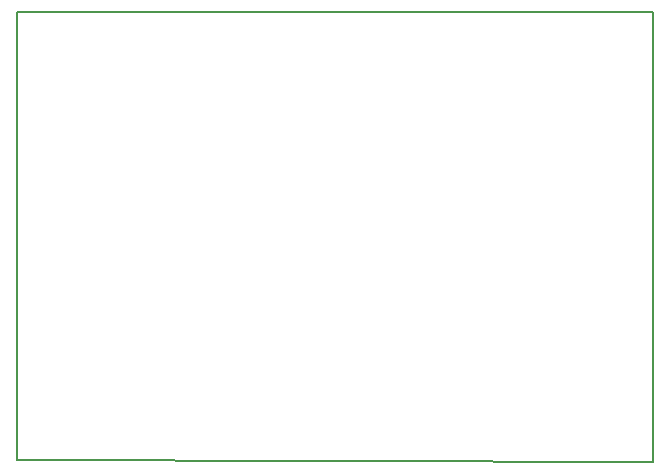
<source format=gm1>
G04 #@! TF.GenerationSoftware,KiCad,Pcbnew,5.0.2+dfsg1-1~bpo9+1*
G04 #@! TF.CreationDate,2020-08-17T13:34:05+01:00*
G04 #@! TF.ProjectId,nrf24l01-rpi,6e726632-346c-4303-912d-7270692e6b69,rev?*
G04 #@! TF.SameCoordinates,Original*
G04 #@! TF.FileFunction,Profile,NP*
%FSLAX46Y46*%
G04 Gerber Fmt 4.6, Leading zero omitted, Abs format (unit mm)*
G04 Created by KiCad (PCBNEW 5.0.2+dfsg1-1~bpo9+1) date Mon 17 Aug 2020 13:34:05 IST*
%MOMM*%
%LPD*%
G01*
G04 APERTURE LIST*
%ADD10C,0.150000*%
G04 APERTURE END LIST*
D10*
X72771000Y-115824000D02*
X72771000Y-77851000D01*
X126619000Y-115951000D02*
X72771000Y-115824000D01*
X126619000Y-77851000D02*
X126619000Y-115951000D01*
X72771000Y-77851000D02*
X126619000Y-77851000D01*
M02*

</source>
